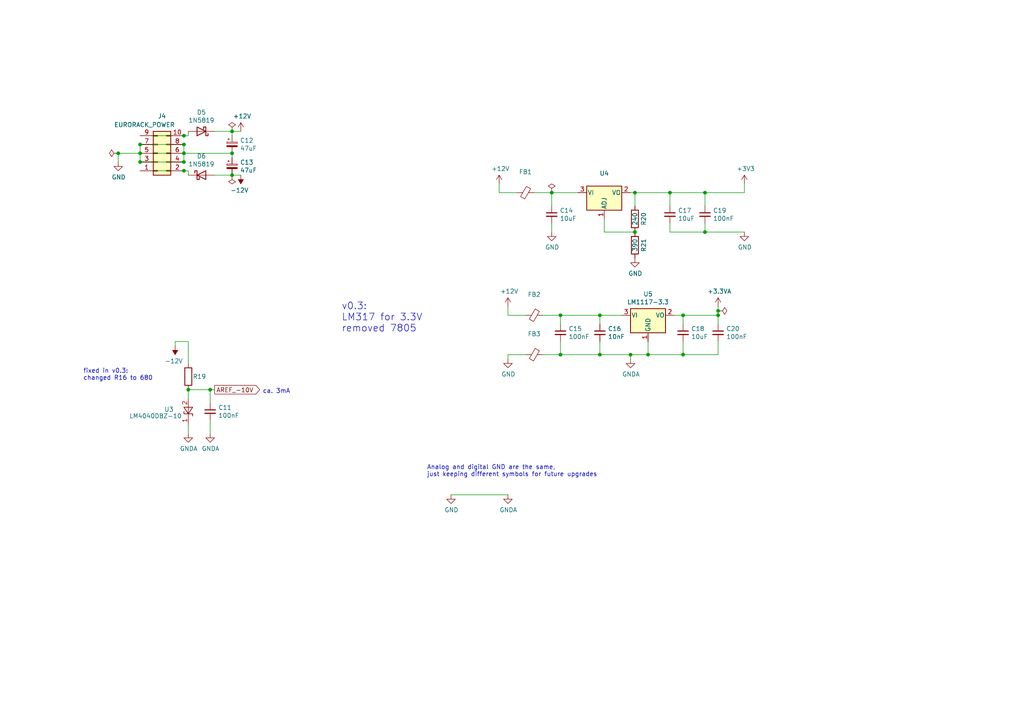
<source format=kicad_sch>
(kicad_sch (version 20211123) (generator eeschema)
  (paper "A4")
  (lib_symbols
    (symbol "Connector_Generic:Conn_02x05_Odd_Even" (pin_names (offset 1.016) hide)
      (property "Reference" "J" (at 1.27 7.62 0))
      (property "Value" "Conn_02x05_Odd_Even" (at 1.27 -7.62 0))
      (symbol "Conn_02x05_Odd_Even_1_1"
        (rectangle (start -1.27 -4.953) (end 0 -5.207) (stroke (width 0.1524)))
        (rectangle (start -1.27 -2.413) (end 0 -2.667) (stroke (width 0.1524)))
        (rectangle (start -1.27 0.127) (end 0 -0.127) (stroke (width 0.1524)))
        (rectangle (start -1.27 2.667) (end 0 2.413) (stroke (width 0.1524)))
        (rectangle (start -1.27 5.207) (end 0 4.953) (stroke (width 0.1524)))
        (rectangle (start -1.27 6.35) (end 3.81 -6.35) (stroke (width 0.254)) (fill (type background)))
        (rectangle (start 3.81 -4.953) (end 2.54 -5.207) (stroke (width 0.1524)))
        (rectangle (start 3.81 -2.413) (end 2.54 -2.667) (stroke (width 0.1524)))
        (rectangle (start 3.81 0.127) (end 2.54 -0.127) (stroke (width 0.1524)))
        (rectangle (start 3.81 2.667) (end 2.54 2.413) (stroke (width 0.1524)))
        (rectangle (start 3.81 5.207) (end 2.54 4.953) (stroke (width 0.1524)))
        (pin passive line (at -5.08 5.08 0) (length 3.81) (name "Pin_1") (number "1"))
        (pin passive line (at 7.62 -5.08 180) (length 3.81) (name "Pin_10") (number "10"))
        (pin passive line (at 7.62 5.08 180) (length 3.81) (name "Pin_2") (number "2"))
        (pin passive line (at -5.08 2.54 0) (length 3.81) (name "Pin_3") (number "3"))
        (pin passive line (at 7.62 2.54 180) (length 3.81) (name "Pin_4") (number "4"))
        (pin passive line (at -5.08 0 0) (length 3.81) (name "Pin_5") (number "5"))
        (pin passive line (at 7.62 0 180) (length 3.81) (name "Pin_6") (number "6"))
        (pin passive line (at -5.08 -2.54 0) (length 3.81) (name "Pin_7") (number "7"))
        (pin passive line (at 7.62 -2.54 180) (length 3.81) (name "Pin_8") (number "8"))
        (pin passive line (at -5.08 -5.08 0) (length 3.81) (name "Pin_9") (number "9"))
      )
    )
    (symbol "Device:C_Polarized_Small" (pin_numbers hide) (pin_names (offset 0.254) hide)
      (property "Reference" "C" (at 0.254 1.778 0))
      (property "Value" "C_Polarized_Small" (at 0.254 -2.032 0))
      (symbol "C_Polarized_Small_0_1"
        (rectangle (start -1.524 -0.3048) (end 1.524 -0.6858) (fill (type outline)))
        (rectangle (start -1.524 0.6858) (end 1.524 0.3048))
        (polyline (pts (xy -1.27 1.524) (xy -0.762 1.524)))
        (polyline (pts (xy -1.016 1.27) (xy -1.016 1.778)))
      )
      (symbol "C_Polarized_Small_1_1"
        (pin passive line (at 0 2.54 270) (length 1.8542) (name "~") (number "1"))
        (pin passive line (at 0 -2.54 90) (length 1.8542) (name "~") (number "2"))
      )
    )
    (symbol "Device:C_Small" (pin_numbers hide) (pin_names (offset 0.254) hide)
      (property "Reference" "C" (at 0.254 1.778 0))
      (property "Value" "C_Small" (at 0.254 -2.032 0))
      (symbol "C_Small_0_1"
        (polyline (pts (xy -1.524 -0.508) (xy 1.524 -0.508)) (stroke (width 0.3302)))
        (polyline (pts (xy -1.524 0.508) (xy 1.524 0.508)) (stroke (width 0.3048)))
      )
      (symbol "C_Small_1_1"
        (pin passive line (at 0 2.54 270) (length 2.032) (name "~") (number "1"))
        (pin passive line (at 0 -2.54 90) (length 2.032) (name "~") (number "2"))
      )
    )
    (symbol "Device:FerriteBead_Small" (pin_numbers hide) (pin_names (offset 0))
      (property "Reference" "FB" (at 1.905 1.27 0))
      (property "Value" "FerriteBead_Small" (at 1.905 -1.27 0))
      (symbol "FerriteBead_Small_0_1"
        (polyline (pts (xy 0 -1.27) (xy 0 -0.7874)))
        (polyline (pts (xy 0 0.889) (xy 0 1.2954)))
        (polyline (pts (xy -1.8288 0.2794) (xy -1.1176 1.4986) (xy 1.8288 -0.2032) (xy 1.1176 -1.4224) (xy -1.8288 0.2794)))
      )
      (symbol "FerriteBead_Small_1_1"
        (pin passive line (at 0 2.54 270) (length 1.27) (name "~") (number "1"))
        (pin passive line (at 0 -2.54 90) (length 1.27) (name "~") (number "2"))
      )
    )
    (symbol "Device:R" (pin_numbers hide) (pin_names (offset 0))
      (property "Reference" "R" (at 2.032 0 90))
      (property "Value" "R" (at 0 0 90))
      (symbol "R_0_1"
        (rectangle (start -1.016 -2.54) (end 1.016 2.54) (stroke (width 0.254)))
      )
      (symbol "R_1_1"
        (pin passive line (at 0 3.81 270) (length 1.27) (name "~") (number "1"))
        (pin passive line (at 0 -3.81 90) (length 1.27) (name "~") (number "2"))
      )
    )
    (symbol "Diode:1N5819" (pin_numbers hide) (pin_names (offset 1.016) hide)
      (property "Reference" "D" (at 0 2.54 0))
      (property "Value" "1N5819" (at 0 -2.54 0))
      (symbol "1N5819_0_1"
        (polyline (pts (xy 1.27 0) (xy -1.27 0)))
        (polyline (pts (xy 1.27 1.27) (xy 1.27 -1.27) (xy -1.27 0) (xy 1.27 1.27)) (stroke (width 0.254)))
        (polyline (pts (xy -1.905 0.635) (xy -1.905 1.27) (xy -1.27 1.27) (xy -1.27 -1.27) (xy -0.635 -1.27) (xy -0.635 -0.635)) (stroke (width 0.254)))
      )
      (symbol "1N5819_1_1"
        (pin passive line (at -3.81 0 0) (length 2.54) (name "K") (number "1"))
        (pin passive line (at 3.81 0 180) (length 2.54) (name "A") (number "2"))
      )
    )
    (symbol "Reference_Voltage:LM4040DBZ-10" (pin_names (offset 0.0254) hide)
      (property "Reference" "U" (at 0 2.54 0))
      (property "Value" "LM4040DBZ-10" (at 0 -3.175 0))
      (symbol "LM4040DBZ-10_0_1"
        (polyline (pts (xy -1.27 0) (xy 0 0) (xy 1.27 0)))
        (polyline (pts (xy -1.27 -1.27) (xy 0.635 0) (xy -1.27 1.27) (xy -1.27 -1.27)) (stroke (width 0.2032)))
        (polyline (pts (xy 0 -1.27) (xy 0.635 -1.27) (xy 0.635 1.27) (xy 1.27 1.27)) (stroke (width 0.2032)))
      )
      (symbol "LM4040DBZ-10_1_1"
        (pin passive line (at 3.81 0 180) (length 2.54) (name "K") (number "1"))
        (pin passive line (at -3.81 0 0) (length 2.54) (name "A") (number "2"))
      )
    )
    (symbol "Regulator_Linear:LM1117-3.3" (pin_names (offset 0.254))
      (property "Reference" "U" (at -3.81 3.175 0))
      (property "Value" "LM1117-3.3" (at 0 3.175 0))
      (symbol "LM1117-3.3_0_1"
        (rectangle (start -5.08 -5.08) (end 5.08 1.905) (stroke (width 0.254)) (fill (type background)))
      )
      (symbol "LM1117-3.3_1_1"
        (pin power_in line (at 0 -7.62 90) (length 2.54) (name "GND") (number "1"))
        (pin power_out line (at 7.62 0 180) (length 2.54) (name "VO") (number "2"))
        (pin power_in line (at -7.62 0 0) (length 2.54) (name "VI") (number "3"))
      )
    )
    (symbol "Regulator_Linear:LM317_TO-252" (pin_names (offset 0.254))
      (property "Reference" "U" (at -3.81 3.175 0))
      (property "Value" "LM317_TO-252" (at 0 3.175 0))
      (symbol "LM317_TO-252_0_1"
        (rectangle (start -5.08 1.905) (end 5.08 -5.08) (stroke (width 0.254)) (fill (type background)))
      )
      (symbol "LM317_TO-252_1_1"
        (pin input line (at 0 -7.62 90) (length 2.54) (name "ADJ") (number "1"))
        (pin power_out line (at 7.62 0 180) (length 2.54) (name "VO") (number "2"))
        (pin power_in line (at -7.62 0 0) (length 2.54) (name "VI") (number "3"))
      )
    )
    (symbol "power:+12V" (power) (pin_names (offset 0))
      (property "Value" "+12V" (at 0 3.556 0))
      (symbol "+12V_0_1"
        (polyline (pts (xy -0.762 1.27) (xy 0 2.54)))
        (polyline (pts (xy 0 0) (xy 0 2.54)))
        (polyline (pts (xy 0 2.54) (xy 0.762 1.27)))
      )
      (symbol "+12V_1_1"
        (pin power_in line (at 0 0 90) (length 0) hide (name "+12V") (number "1"))
      )
    )
    (symbol "power:+3.3V" (power) (pin_names (offset 0))
      (property "Value" "+3.3V" (at 0 3.556 0))
      (symbol "+3.3V_0_1"
        (polyline (pts (xy -0.762 1.27) (xy 0 2.54)))
        (polyline (pts (xy 0 0) (xy 0 2.54)))
        (polyline (pts (xy 0 2.54) (xy 0.762 1.27)))
      )
      (symbol "+3.3V_1_1"
        (pin power_in line (at 0 0 90) (length 0) hide (name "+3V3") (number "1"))
      )
    )
    (symbol "power:+3.3VA" (power) (pin_names (offset 0))
      (property "Value" "+3.3VA" (at 0 3.556 0))
      (symbol "+3.3VA_0_1"
        (polyline (pts (xy -0.762 1.27) (xy 0 2.54)))
        (polyline (pts (xy 0 0) (xy 0 2.54)))
        (polyline (pts (xy 0 2.54) (xy 0.762 1.27)))
      )
      (symbol "+3.3VA_1_1"
        (pin power_in line (at 0 0 90) (length 0) hide (name "+3.3VA") (number "1"))
      )
    )
    (symbol "power:-12V" (power) (pin_names (offset 0))
      (property "Value" "-12V" (at 0 3.81 0))
      (symbol "-12V_0_0"
        (pin power_in line (at 0 0 90) (length 0) hide (name "-12V") (number "1"))
      )
      (symbol "-12V_0_1"
        (polyline (pts (xy 0 0) (xy 0 1.27) (xy 0.762 1.27) (xy 0 2.54) (xy -0.762 1.27) (xy 0 1.27)) (fill (type outline)))
      )
    )
    (symbol "power:GND" (power) (pin_names (offset 0))
      (property "Value" "GND" (at 0 -3.81 0))
      (symbol "GND_0_1"
        (polyline (pts (xy 0 0) (xy 0 -1.27) (xy 1.27 -1.27) (xy 0 -2.54) (xy -1.27 -1.27) (xy 0 -1.27)))
      )
      (symbol "GND_1_1"
        (pin power_in line (at 0 0 270) (length 0) hide (name "GND") (number "1"))
      )
    )
    (symbol "power:GNDA" (power) (pin_names (offset 0))
      (property "Value" "GNDA" (at 0 -3.81 0))
      (symbol "GNDA_0_1"
        (polyline (pts (xy 0 0) (xy 0 -1.27) (xy 1.27 -1.27) (xy 0 -2.54) (xy -1.27 -1.27) (xy 0 -1.27)))
      )
      (symbol "GNDA_1_1"
        (pin power_in line (at 0 0 270) (length 0) hide (name "GNDA") (number "1"))
      )
    )
    (symbol "power:PWR_FLAG" (power) (pin_numbers hide) (pin_names (offset 0) hide)
      (property "Value" "PWR_FLAG" (at 0 3.81 0))
      (symbol "PWR_FLAG_0_0"
        (pin power_out line (at 0 0 90) (length 0) (name "pwr") (number "1"))
      )
      (symbol "PWR_FLAG_0_1"
        (polyline (pts (xy 0 0) (xy 0 1.27) (xy -1.016 1.905) (xy 0 2.54) (xy 1.016 1.905) (xy 0 1.27)))
      )
    )
  )
  (junction (at 182.88 102.87))
  (junction (at 67.31 50.8))
  (junction (at 40.64 46.99))
  (junction (at 173.99 102.87))
  (junction (at 194.31 55.88))
  (junction (at 173.99 91.44))
  (junction (at 208.28 90.17))
  (junction (at 204.47 67.31))
  (junction (at 198.12 102.87))
  (junction (at 40.64 41.91))
  (junction (at 187.96 102.87))
  (junction (at 184.15 67.31))
  (junction (at 67.31 38.1))
  (junction (at 34.29 44.45))
  (junction (at 54.61 113.03))
  (junction (at 184.15 55.88))
  (junction (at 53.34 49.53))
  (junction (at 53.34 39.37))
  (junction (at 208.28 91.44))
  (junction (at 40.64 44.45))
  (junction (at 53.34 41.91))
  (junction (at 160.02 55.88))
  (junction (at 204.47 55.88))
  (junction (at 53.34 46.99))
  (junction (at 162.56 102.87))
  (junction (at 60.96 113.03))
  (junction (at 53.34 44.45))
  (junction (at 198.12 91.44))
  (junction (at 162.56 91.44))
  (junction (at 67.31 44.45))
  (wire (pts (xy 53.34 46.99) (xy 53.34 44.45)))
  (wire (pts (xy 173.99 91.44) (xy 173.99 93.98)))
  (wire (pts (xy 194.31 64.77) (xy 194.31 67.31)))
  (wire (pts (xy 208.28 91.44) (xy 208.28 93.98)))
  (wire (pts (xy 147.32 91.44) (xy 152.4 91.44)))
  (wire (pts (xy 194.31 55.88) (xy 204.47 55.88)))
  (wire (pts (xy 40.64 41.91) (xy 40.64 44.45)))
  (wire (pts (xy 182.88 104.14) (xy 182.88 102.87)))
  (wire (pts (xy 67.31 50.8) (xy 69.85 50.8)))
  (wire (pts (xy 50.8 100.33) (xy 50.8 99.06)))
  (wire (pts (xy 53.34 44.45) (xy 67.31 44.45)))
  (wire (pts (xy 147.32 102.87) (xy 152.4 102.87)))
  (wire (pts (xy 34.29 46.99) (xy 34.29 44.45)))
  (wire (pts (xy 173.99 91.44) (xy 180.34 91.44)))
  (wire (pts (xy 53.34 44.45) (xy 53.34 41.91)))
  (wire (pts (xy 53.34 49.53) (xy 40.64 49.53)))
  (wire (pts (xy 147.32 104.14) (xy 147.32 102.87)))
  (wire (pts (xy 175.26 67.31) (xy 184.15 67.31)))
  (wire (pts (xy 144.78 53.34) (xy 144.78 55.88)))
  (wire (pts (xy 54.61 115.57) (xy 54.61 113.03)))
  (wire (pts (xy 130.81 143.51) (xy 147.32 143.51)))
  (wire (pts (xy 204.47 67.31) (xy 215.9 67.31)))
  (wire (pts (xy 60.96 113.03) (xy 62.23 113.03)))
  (wire (pts (xy 162.56 102.87) (xy 173.99 102.87)))
  (wire (pts (xy 144.78 55.88) (xy 149.86 55.88)))
  (wire (pts (xy 198.12 99.06) (xy 198.12 102.87)))
  (wire (pts (xy 198.12 91.44) (xy 198.12 93.98)))
  (wire (pts (xy 60.96 113.03) (xy 60.96 116.84)))
  (wire (pts (xy 160.02 55.88) (xy 160.02 59.69)))
  (wire (pts (xy 173.99 102.87) (xy 182.88 102.87)))
  (wire (pts (xy 204.47 55.88) (xy 204.47 59.69)))
  (wire (pts (xy 54.61 49.53) (xy 53.34 49.53)))
  (wire (pts (xy 50.8 99.06) (xy 54.61 99.06)))
  (wire (pts (xy 182.88 102.87) (xy 187.96 102.87)))
  (wire (pts (xy 67.31 38.1) (xy 69.85 38.1)))
  (wire (pts (xy 54.61 49.53) (xy 54.61 50.8)))
  (wire (pts (xy 208.28 99.06) (xy 208.28 102.87)))
  (wire (pts (xy 53.34 41.91) (xy 40.64 41.91)))
  (wire (pts (xy 157.48 91.44) (xy 162.56 91.44)))
  (wire (pts (xy 160.02 64.77) (xy 160.02 67.31)))
  (wire (pts (xy 40.64 44.45) (xy 40.64 46.99)))
  (wire (pts (xy 162.56 102.87) (xy 162.56 99.06)))
  (wire (pts (xy 160.02 55.88) (xy 167.64 55.88)))
  (wire (pts (xy 62.23 38.1) (xy 67.31 38.1)))
  (wire (pts (xy 173.99 99.06) (xy 173.99 102.87)))
  (wire (pts (xy 54.61 113.03) (xy 60.96 113.03)))
  (wire (pts (xy 60.96 121.92) (xy 60.96 125.73)))
  (wire (pts (xy 154.94 55.88) (xy 160.02 55.88)))
  (wire (pts (xy 147.32 88.9) (xy 147.32 91.44)))
  (wire (pts (xy 208.28 91.44) (xy 208.28 90.17)))
  (wire (pts (xy 67.31 39.37) (xy 67.31 38.1)))
  (wire (pts (xy 204.47 64.77) (xy 204.47 67.31)))
  (wire (pts (xy 194.31 55.88) (xy 194.31 59.69)))
  (wire (pts (xy 54.61 123.19) (xy 54.61 125.73)))
  (wire (pts (xy 184.15 55.88) (xy 184.15 59.69)))
  (wire (pts (xy 204.47 55.88) (xy 215.9 55.88)))
  (wire (pts (xy 198.12 91.44) (xy 208.28 91.44)))
  (wire (pts (xy 157.48 102.87) (xy 162.56 102.87)))
  (wire (pts (xy 162.56 91.44) (xy 162.56 93.98)))
  (wire (pts (xy 67.31 45.72) (xy 67.31 44.45)))
  (wire (pts (xy 208.28 90.17) (xy 208.28 88.9)))
  (wire (pts (xy 34.29 44.45) (xy 40.64 44.45)))
  (wire (pts (xy 194.31 67.31) (xy 204.47 67.31)))
  (wire (pts (xy 182.88 55.88) (xy 184.15 55.88)))
  (wire (pts (xy 54.61 39.37) (xy 54.61 38.1)))
  (wire (pts (xy 187.96 102.87) (xy 187.96 99.06)))
  (wire (pts (xy 175.26 67.31) (xy 175.26 63.5)))
  (wire (pts (xy 67.31 50.8) (xy 62.23 50.8)))
  (wire (pts (xy 162.56 91.44) (xy 173.99 91.44)))
  (wire (pts (xy 54.61 99.06) (xy 54.61 105.41)))
  (wire (pts (xy 198.12 102.87) (xy 187.96 102.87)))
  (wire (pts (xy 40.64 46.99) (xy 53.34 46.99)))
  (wire (pts (xy 208.28 102.87) (xy 198.12 102.87)))
  (wire (pts (xy 53.34 39.37) (xy 54.61 39.37)))
  (wire (pts (xy 215.9 53.34) (xy 215.9 55.88)))
  (wire (pts (xy 195.58 91.44) (xy 198.12 91.44)))
  (wire (pts (xy 40.64 39.37) (xy 53.34 39.37)))
  (wire (pts (xy 184.15 55.88) (xy 194.31 55.88)))
  (wire (pts (xy 40.64 44.45) (xy 53.34 44.45)))
  (text "fixed in v0.3:\nchanged R16 to 680" (at 24.13 110.49 0) (effects (font (size 1.27 1.27)) (justify left bottom)))
  (text "ca. 3mA" (at 76.2 114.3 0) (effects (font (size 1.27 1.27)) (justify left bottom)))
  (text "v0.3:\nLM317 for 3.3V\nremoved 7805" (at 99.06 96.52 0) (effects (font (size 2 2)) (justify left bottom)))
  (text "Analog and digital GND are the same, \njust keeping different symbols for future upgrades" (at 123.825 138.43 0) (effects (font (size 1.27 1.27)) (justify left bottom)))
  (global_label "AREF_-10V" (shape output) (at 62.23 113.03 0) (property "Intersheet References" "${INTERSHEET_REFS}" (effects hide)))
  (symbol (lib_id "Connector_Generic:Conn_02x05_Odd_Even") (at 45.72 44.45 0) (mirror x) (unit 1)
    (property "Reference" "J4" (at 46.99 33.655 0))
    (property "Value" "EURORACK_POWER" (at 41.91 36.195 0))
    (property "LCSC" "-" (effects hide))
  )
  (symbol (lib_id "power:GND") (at 130.81 143.51 0) (unit 1)
    (property "Reference" "#PWR033" (effects hide))
    (property "Value" "GND" (at 130.937 147.9042 0))
  )
  (symbol (lib_id "power:GNDA") (at 147.32 143.51 0) (unit 1)
    (property "Reference" "#PWR037" (effects hide))
    (property "Value" "GNDA" (at 147.447 147.9042 0))
  )
  (symbol (lib_id "power:GND") (at 34.29 46.99 0) (unit 1)
    (property "Reference" "#PWR027" (effects hide))
    (property "Value" "GND" (at 34.417 51.3842 0))
  )
  (symbol (lib_id "Diode:1N5819") (at 58.42 38.1 180) (unit 1)
    (property "Reference" "D5" (at 58.42 32.5882 0))
    (property "Value" "1N5819" (at 58.42 34.8996 0))
    (property "Datasheet" "http://www.vishay.com/docs/88525/1n5817.pdf" (effects hide))
    (property "LCSC" "C191023" (effects hide))
  )
  (symbol (lib_id "Diode:1N5819") (at 58.42 50.8 0) (unit 1)
    (property "Reference" "D6" (at 58.42 45.2882 0))
    (property "Value" "1N5819" (at 58.42 47.5996 0))
    (property "Datasheet" "http://www.vishay.com/docs/88525/1n5817.pdf" (effects hide))
    (property "LCSC" "C191023" (effects hide))
  )
  (symbol (lib_id "Device:R") (at 54.61 109.22 0) (unit 1)
    (property "Reference" "R19" (at 55.88 109.22 0) (effects (justify left)))
    (property "LCSC" "C23253" (effects hide))
  )
  (symbol (lib_id "power:-12V") (at 50.8 100.33 180) (unit 1)
    (property "Reference" "#PWR028" (effects hide))
    (property "Value" "-12V" (at 50.419 104.7242 0))
  )
  (symbol (lib_id "Device:C_Small") (at 60.96 119.38 0) (unit 1)
    (property "Reference" "C11" (at 63.2968 118.2116 0) (effects (justify left)))
    (property "Value" "100nF" (at 63.2968 120.523 0) (effects (justify left)))
    (property "LCSC" "C14663" (effects hide))
  )
  (symbol (lib_id "power:+12V") (at 69.85 38.1 0) (unit 1)
    (property "Reference" "#PWR031" (effects hide))
    (property "Value" "+12V" (at 70.231 33.7058 0))
  )
  (symbol (lib_id "Reference_Voltage:LM4040DBZ-10") (at 54.61 119.38 270) (unit 1)
    (property "Reference" "U3" (at 47.625 118.745 90) (effects (justify left)))
    (property "Value" "LM4040DBZ-10" (at 37.465 120.65 90) (effects (justify left)))
    (property "Footprint" "Package_TO_SOT_SMD:SOT-23" (effects hide))
    (property "Datasheet" "http://www.ti.com/lit/ds/symlink/lm4040-n.pdf" (effects hide))
    (property "LCSC" "C201738" (effects hide))
  )
  (symbol (lib_id "power:-12V") (at 69.85 50.8 180) (unit 1)
    (property "Reference" "#PWR032" (effects hide))
    (property "Value" "-12V" (at 69.469 55.1942 0))
  )
  (symbol (lib_id "Device:C_Polarized_Small") (at 67.31 41.91 0) (unit 1)
    (property "Reference" "C12" (at 69.6214 40.7416 0) (effects (justify left)))
    (property "Value" "47uF" (at 69.6214 43.053 0) (effects (justify left)))
    (property "Footprint" "Capacitor_SMD:CP_Elec_6.3x5.4" (effects hide))
    (property "LCSC" "C178505" (effects hide))
  )
  (symbol (lib_id "power:GNDA") (at 54.61 125.73 0) (unit 1)
    (property "Reference" "#PWR029" (effects hide))
    (property "Value" "GNDA" (at 54.737 130.1242 0))
  )
  (symbol (lib_id "Device:C_Polarized_Small") (at 67.31 48.26 0) (unit 1)
    (property "Reference" "C13" (at 69.6214 47.0916 0) (effects (justify left)))
    (property "Value" "47uF" (at 69.6214 49.403 0) (effects (justify left)))
    (property "Footprint" "Capacitor_SMD:CP_Elec_6.3x5.4" (effects hide))
    (property "LCSC" "C178505" (effects hide))
  )
  (symbol (lib_id "power:PWR_FLAG") (at 67.31 38.1 0) (unit 1)
    (property "Reference" "#FLG02" (effects hide))
    (property "Value" "PWR_FLAG" (effects hide))
  )
  (symbol (lib_id "power:PWR_FLAG") (at 67.31 50.8 180) (unit 1)
    (property "Reference" "#FLG03" (effects hide))
    (property "Value" "PWR_FLAG" (effects hide))
  )
  (symbol (lib_id "Device:C_Small") (at 204.47 62.23 0) (unit 1)
    (property "Reference" "C19" (at 206.8068 61.0616 0) (effects (justify left)))
    (property "Value" "100nF" (at 206.8068 63.373 0) (effects (justify left)))
    (property "LCSC" "C14663" (effects hide))
  )
  (symbol (lib_id "power:GND") (at 215.9 67.31 0) (unit 1)
    (property "Reference" "#PWR043" (effects hide))
    (property "Value" "GND" (at 216.027 71.7042 0))
  )
  (symbol (lib_id "Device:FerriteBead_Small") (at 152.4 55.88 270) (unit 1)
    (property "Reference" "FB1" (at 152.4 49.8602 90))
    (property "Value" "100 ohm @ 100 Mhz" (effects hide))
    (property "Footprint" "Resistor_SMD:R_0805_2012Metric" (effects hide))
    (property "LCSC" "C1015" (effects hide))
  )
  (symbol (lib_id "power:GNDA") (at 60.96 125.73 0) (unit 1)
    (property "Reference" "#PWR030" (effects hide))
    (property "Value" "GNDA" (at 61.087 130.1242 0))
  )
  (symbol (lib_id "power:PWR_FLAG") (at 208.28 90.17 270) (unit 1)
    (property "Reference" "#FLG05" (effects hide))
    (property "Value" "PWR_FLAG" (effects hide))
  )
  (symbol (lib_id "Device:FerriteBead_Small") (at 154.94 91.44 270) (unit 1)
    (property "Reference" "FB2" (at 154.94 85.4202 90))
    (property "Value" "100 ohm @ 100 Mhz" (effects hide))
    (property "Footprint" "Resistor_SMD:R_0805_2012Metric" (effects hide))
    (property "LCSC" "C1015" (effects hide))
  )
  (symbol (lib_id "power:+3.3V") (at 215.9 53.34 0) (unit 1)
    (property "Reference" "#PWR042" (effects hide))
    (property "Value" "+3.3V" (at 216.281 48.9458 0))
  )
  (symbol (lib_id "power:+3.3VA") (at 208.28 88.9 0) (unit 1)
    (property "Reference" "#PWR041" (effects hide))
    (property "Value" "+3.3VA" (at 208.661 84.5058 0))
  )
  (symbol (lib_id "power:GNDA") (at 182.88 104.14 0) (unit 1)
    (property "Reference" "#PWR039" (effects hide))
    (property "Value" "GNDA" (at 183.007 108.5342 0))
  )
  (symbol (lib_id "power:PWR_FLAG") (at 34.29 44.45 90) (unit 1)
    (property "Reference" "#FLG01" (effects hide))
    (property "Value" "PWR_FLAG" (effects hide))
  )
  (symbol (lib_id "Device:C_Small") (at 160.02 62.23 0) (unit 1)
    (property "Reference" "C14" (at 162.3568 61.0616 0) (effects (justify left)))
    (property "Value" "10uF" (at 162.3568 63.373 0) (effects (justify left)))
    (property "Footprint" "Capacitor_SMD:C_1206_3216Metric" (effects hide))
    (property "LCSC" "C13585" (effects hide))
  )
  (symbol (lib_id "Device:C_Small") (at 194.31 62.23 0) (unit 1)
    (property "Reference" "C17" (at 196.6468 61.0616 0) (effects (justify left)))
    (property "Value" "10uF" (at 196.6468 63.373 0) (effects (justify left)))
    (property "Footprint" "Capacitor_SMD:C_1206_3216Metric" (effects hide))
    (property "LCSC" "C13585" (effects hide))
  )
  (symbol (lib_id "Device:C_Small") (at 162.56 96.52 0) (unit 1)
    (property "Reference" "C15" (at 164.8968 95.3516 0) (effects (justify left)))
    (property "Value" "100nF" (at 164.8968 97.663 0) (effects (justify left)))
    (property "LCSC" "C14663" (effects hide))
  )
  (symbol (lib_id "Device:C_Small") (at 173.99 96.52 0) (unit 1)
    (property "Reference" "C16" (at 176.3268 95.3516 0) (effects (justify left)))
    (property "Value" "10nF" (at 176.3268 97.663 0) (effects (justify left)))
    (property "LCSC" "C57112" (effects hide))
  )
  (symbol (lib_id "power:PWR_FLAG") (at 160.02 55.88 0) (unit 1)
    (property "Reference" "#FLG04" (effects hide))
    (property "Value" "PWR_FLAG" (effects hide))
  )
  (symbol (lib_id "power:GND") (at 147.32 104.14 0) (unit 1)
    (property "Reference" "#PWR036" (effects hide))
    (property "Value" "GND" (at 147.447 108.5342 0))
  )
  (symbol (lib_id "power:GND") (at 160.02 67.31 0) (unit 1)
    (property "Reference" "#PWR038" (effects hide))
    (property "Value" "GND" (at 160.147 71.7042 0))
  )
  (symbol (lib_id "power:+12V") (at 144.78 53.34 0) (unit 1)
    (property "Reference" "#PWR034" (effects hide))
    (property "Value" "+12V" (at 145.161 48.9458 0))
  )
  (symbol (lib_id "Regulator_Linear:LM317_TO-252") (at 175.26 55.88 0) (unit 1)
    (property "Reference" "U4" (at 175.26 50.2752 0))
    (property "Datasheet" "http://www.ti.com/lit/ds/snvs774n/snvs774n.pdf" (effects hide))
  )
  (symbol (lib_id "power:GND") (at 184.15 74.93 0) (unit 1)
    (property "Reference" "#PWR040" (effects hide))
    (property "Value" "GND" (at 184.277 79.3242 0))
  )
  (symbol (lib_id "Device:C_Small") (at 198.12 96.52 0) (unit 1)
    (property "Reference" "C18" (at 200.4568 95.3516 0) (effects (justify left)))
    (property "Value" "10uF" (at 200.4568 97.663 0) (effects (justify left)))
    (property "Footprint" "Capacitor_SMD:C_1206_3216Metric" (effects hide))
    (property "LCSC" "C13585" (effects hide))
  )
  (symbol (lib_id "Regulator_Linear:LM1117-3.3") (at 187.96 91.44 0) (unit 1)
    (property "Reference" "U5" (at 187.96 85.2932 0))
    (property "Value" "LM1117-3.3" (at 187.96 87.6046 0))
    (property "Footprint" "foots:SOT-89-3_clearance" (effects hide))
    (property "Datasheet" "http://www.ti.com/lit/ds/symlink/lm1117.pdf" (effects hide))
    (property "LCSC" "C24253" (effects hide))
  )
  (symbol (lib_id "Device:FerriteBead_Small") (at 154.94 102.87 270) (unit 1)
    (property "Reference" "FB3" (at 154.94 96.8502 90))
    (property "Value" "100 ohm @ 100 Mhz" (effects hide))
    (property "Footprint" "Resistor_SMD:R_0805_2012Metric" (effects hide))
    (property "LCSC" "C1015" (effects hide))
  )
  (symbol (lib_id "Device:R") (at 184.15 63.5 180) (unit 1)
    (property "Reference" "R20" (at 186.69 63.5 90))
    (property "Value" "240" (at 184.15 63.5 90))
    (property "Footprint" "Resistor_SMD:R_0603_1608Metric" (effects hide))
  )
  (symbol (lib_id "Device:R") (at 184.15 71.12 180) (unit 1)
    (property "Reference" "R21" (at 186.69 71.12 90))
    (property "Value" "390" (at 184.15 71.12 90))
    (property "Footprint" "Resistor_SMD:R_0603_1608Metric" (effects hide))
  )
  (symbol (lib_id "Device:C_Small") (at 208.28 96.52 0) (unit 1)
    (property "Reference" "C20" (at 210.6168 95.3516 0) (effects (justify left)))
    (property "Value" "100nF" (at 210.6168 97.663 0) (effects (justify left)))
    (property "LCSC" "C14663" (effects hide))
  )
  (symbol (lib_id "power:+12V") (at 147.32 88.9 0) (unit 1)
    (property "Reference" "#PWR035" (effects hide))
    (property "Value" "+12V" (at 147.701 84.5058 0))
  )
)
</source>
